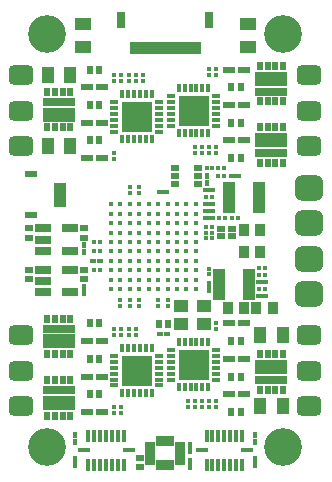
<source format=gbr>
G04*
G04 #@! TF.GenerationSoftware,Altium Limited,Altium Designer,24.1.2 (44)*
G04*
G04 Layer_Color=8388736*
%FSLAX25Y25*%
%MOIN*%
G70*
G04*
G04 #@! TF.SameCoordinates,8AA45DA3-EFE9-42F3-ADE2-6CCF78DF1A05*
G04*
G04*
G04 #@! TF.FilePolarity,Negative*
G04*
G01*
G75*
%ADD40R,0.03937X0.02362*%
%ADD41R,0.03937X0.01968*%
%ADD42R,0.03150X0.02441*%
%ADD43R,0.04449X0.02205*%
%ADD44R,0.02362X0.03150*%
%ADD45R,0.10630X0.02756*%
%ADD46R,0.10630X0.04724*%
%ADD47R,0.05343X0.02717*%
%ADD48R,0.05413X0.02717*%
%ADD49R,0.04331X0.02559*%
G04:AMPARAMS|DCode=50|XSize=22.21mil|YSize=27.56mil|CornerRadius=7.52mil|HoleSize=0mil|Usage=FLASHONLY|Rotation=90.000|XOffset=0mil|YOffset=0mil|HoleType=Round|Shape=RoundedRectangle|*
%AMROUNDEDRECTD50*
21,1,0.02221,0.01252,0,0,90.0*
21,1,0.00717,0.02756,0,0,90.0*
1,1,0.01504,0.00626,0.00358*
1,1,0.01504,0.00626,-0.00358*
1,1,0.01504,-0.00626,-0.00358*
1,1,0.01504,-0.00626,0.00358*
%
%ADD50ROUNDEDRECTD50*%
%ADD51R,0.03937X0.01772*%
%ADD52R,0.01772X0.03937*%
%ADD53R,0.10433X0.10433*%
%ADD54R,0.01496X0.03012*%
%ADD55R,0.03012X0.01496*%
%ADD56R,0.03150X0.05512*%
%ADD57R,0.01968X0.04331*%
%ADD58R,0.01593X0.01676*%
%ADD59R,0.01676X0.01851*%
%ADD60R,0.05715X0.04337*%
%ADD61R,0.01975X0.02526*%
%ADD62R,0.04724X0.04331*%
%ADD63R,0.01851X0.01676*%
%ADD64R,0.04337X0.05715*%
%ADD65R,0.01676X0.01593*%
%ADD66R,0.01890X0.03445*%
%ADD67R,0.03445X0.01890*%
%ADD68C,0.01660*%
%ADD69R,0.02526X0.01975*%
%ADD70R,0.03543X0.04331*%
G04:AMPARAMS|DCode=71|XSize=94.49mil|YSize=86.61mil|CornerRadius=23.62mil|HoleSize=0mil|Usage=FLASHONLY|Rotation=0.000|XOffset=0mil|YOffset=0mil|HoleType=Round|Shape=RoundedRectangle|*
%AMROUNDEDRECTD71*
21,1,0.09449,0.03937,0,0,0.0*
21,1,0.04724,0.08661,0,0,0.0*
1,1,0.04724,0.02362,-0.01968*
1,1,0.04724,-0.02362,-0.01968*
1,1,0.04724,-0.02362,0.01968*
1,1,0.04724,0.02362,0.01968*
%
%ADD71ROUNDEDRECTD71*%
%ADD72C,0.12598*%
G04:AMPARAMS|DCode=73|XSize=82.68mil|YSize=66.93mil|CornerRadius=18.7mil|HoleSize=0mil|Usage=FLASHONLY|Rotation=0.000|XOffset=0mil|YOffset=0mil|HoleType=Round|Shape=RoundedRectangle|*
%AMROUNDEDRECTD73*
21,1,0.08268,0.02953,0,0,0.0*
21,1,0.04528,0.06693,0,0,0.0*
1,1,0.03740,0.02264,-0.01476*
1,1,0.03740,-0.02264,-0.01476*
1,1,0.03740,-0.02264,0.01476*
1,1,0.03740,0.02264,0.01476*
%
%ADD73ROUNDEDRECTD73*%
D40*
X6594Y89173D02*
D03*
X6595Y102953D02*
D03*
D41*
X16240Y99016D02*
D03*
Y97047D02*
D03*
Y95079D02*
D03*
Y93110D02*
D03*
D42*
X54528Y104921D02*
D03*
Y102362D02*
D03*
Y99803D02*
D03*
X62008D02*
D03*
Y102362D02*
D03*
Y104921D02*
D03*
D43*
X72303Y137795D02*
D03*
X77303D02*
D03*
Y125984D02*
D03*
X72303D02*
D03*
Y114173D02*
D03*
X77303D02*
D03*
X25059Y23622D02*
D03*
X30059D02*
D03*
Y35433D02*
D03*
X25059D02*
D03*
Y47244D02*
D03*
X30059D02*
D03*
Y108268D02*
D03*
X25059D02*
D03*
Y120079D02*
D03*
X30059D02*
D03*
Y131890D02*
D03*
X25059D02*
D03*
X77303Y53150D02*
D03*
X72303D02*
D03*
Y41339D02*
D03*
X77303D02*
D03*
Y29528D02*
D03*
X72303D02*
D03*
D44*
X82776Y127165D02*
D03*
X85335D02*
D03*
X87894D02*
D03*
X90453D02*
D03*
Y138976D02*
D03*
X87894D02*
D03*
X85335D02*
D03*
X82776D02*
D03*
Y118504D02*
D03*
X85335D02*
D03*
X87894D02*
D03*
X90453D02*
D03*
Y106693D02*
D03*
X87894D02*
D03*
X85335D02*
D03*
X82776D02*
D03*
Y42913D02*
D03*
X85335D02*
D03*
X87894D02*
D03*
X90453D02*
D03*
Y31102D02*
D03*
X87894D02*
D03*
X85335D02*
D03*
X82776D02*
D03*
X19587Y22441D02*
D03*
X17028D02*
D03*
X14469D02*
D03*
X11909D02*
D03*
Y34252D02*
D03*
X14469D02*
D03*
X17028D02*
D03*
X19587D02*
D03*
Y54724D02*
D03*
X17028D02*
D03*
X14469D02*
D03*
X11909D02*
D03*
Y42913D02*
D03*
X14469D02*
D03*
X17028D02*
D03*
X19587D02*
D03*
Y118504D02*
D03*
X17028D02*
D03*
X14469D02*
D03*
X11909D02*
D03*
Y130315D02*
D03*
X14469D02*
D03*
X17028D02*
D03*
X19587D02*
D03*
D45*
X86615Y130433D02*
D03*
Y109961D02*
D03*
Y34370D02*
D03*
X15747Y30984D02*
D03*
Y51456D02*
D03*
Y127047D02*
D03*
D46*
X86615Y134725D02*
D03*
Y114253D02*
D03*
Y38662D02*
D03*
X15747Y26692D02*
D03*
Y47164D02*
D03*
Y122755D02*
D03*
D47*
X10419Y84842D02*
D03*
Y81102D02*
D03*
Y77362D02*
D03*
Y63583D02*
D03*
Y67323D02*
D03*
Y71063D02*
D03*
D48*
X19503Y77362D02*
D03*
Y84842D02*
D03*
Y71063D02*
D03*
Y63583D02*
D03*
D49*
X72599Y91437D02*
D03*
Y93996D02*
D03*
Y96555D02*
D03*
Y99114D02*
D03*
X82520D02*
D03*
Y96555D02*
D03*
Y93996D02*
D03*
Y91437D02*
D03*
X69055Y69980D02*
D03*
Y67421D02*
D03*
Y64862D02*
D03*
Y62303D02*
D03*
X78976D02*
D03*
Y64862D02*
D03*
Y67421D02*
D03*
Y69980D02*
D03*
D50*
X73425Y82185D02*
D03*
X69882Y84744D02*
D03*
Y82185D02*
D03*
X73425Y84744D02*
D03*
D51*
X63327Y10827D02*
D03*
X78405D02*
D03*
X39035D02*
D03*
X23957D02*
D03*
D52*
X64969Y6103D02*
D03*
X66937D02*
D03*
X68906D02*
D03*
X70874D02*
D03*
X72843D02*
D03*
X74811D02*
D03*
X76780D02*
D03*
Y15551D02*
D03*
X74811D02*
D03*
X72843D02*
D03*
X70874D02*
D03*
X68906D02*
D03*
X66937D02*
D03*
X64969D02*
D03*
X25599D02*
D03*
X27567D02*
D03*
X29536D02*
D03*
X31504D02*
D03*
X33473D02*
D03*
X35441D02*
D03*
X37410D02*
D03*
Y6103D02*
D03*
X35441D02*
D03*
X33473D02*
D03*
X31504D02*
D03*
X29536D02*
D03*
X27567D02*
D03*
X25599D02*
D03*
D53*
X60630Y124016D02*
D03*
X41732Y37402D02*
D03*
Y122047D02*
D03*
X60630Y39370D02*
D03*
D54*
X55709Y131526D02*
D03*
X57677D02*
D03*
X59646D02*
D03*
X61614D02*
D03*
X63583D02*
D03*
X65551D02*
D03*
Y116506D02*
D03*
X63583D02*
D03*
X61614D02*
D03*
X59646D02*
D03*
X57677D02*
D03*
X55709D02*
D03*
X46653Y44912D02*
D03*
X44685D02*
D03*
X42716D02*
D03*
X40748D02*
D03*
X38779D02*
D03*
X36811D02*
D03*
Y29892D02*
D03*
X38779D02*
D03*
X40748D02*
D03*
X42716D02*
D03*
X44685D02*
D03*
X46653D02*
D03*
Y114537D02*
D03*
X44685D02*
D03*
X42716D02*
D03*
X40748D02*
D03*
X38779D02*
D03*
X36811D02*
D03*
Y129557D02*
D03*
X38779D02*
D03*
X40748D02*
D03*
X42716D02*
D03*
X44685D02*
D03*
X46653D02*
D03*
X55709Y31860D02*
D03*
X57677D02*
D03*
X59646D02*
D03*
X61614D02*
D03*
X63583D02*
D03*
X65551D02*
D03*
Y46880D02*
D03*
X63583D02*
D03*
X61614D02*
D03*
X59646D02*
D03*
X57677D02*
D03*
X55709D02*
D03*
D55*
X68140Y128937D02*
D03*
Y126969D02*
D03*
Y125000D02*
D03*
Y123032D02*
D03*
Y121063D02*
D03*
Y119095D02*
D03*
X53120D02*
D03*
Y121063D02*
D03*
Y123032D02*
D03*
Y125000D02*
D03*
Y126969D02*
D03*
Y128937D02*
D03*
X49242Y32481D02*
D03*
Y34449D02*
D03*
Y36418D02*
D03*
Y38386D02*
D03*
Y40355D02*
D03*
Y42323D02*
D03*
X34222D02*
D03*
Y40355D02*
D03*
Y38386D02*
D03*
Y36418D02*
D03*
Y34449D02*
D03*
Y32481D02*
D03*
Y117126D02*
D03*
Y119094D02*
D03*
Y121063D02*
D03*
Y123031D02*
D03*
Y125000D02*
D03*
Y126968D02*
D03*
X49242D02*
D03*
Y125000D02*
D03*
Y123031D02*
D03*
Y121063D02*
D03*
Y119094D02*
D03*
Y117126D02*
D03*
X53120Y44291D02*
D03*
Y42323D02*
D03*
Y40354D02*
D03*
Y38386D02*
D03*
Y36417D02*
D03*
Y34449D02*
D03*
X68140D02*
D03*
Y36417D02*
D03*
Y38386D02*
D03*
Y40354D02*
D03*
Y42323D02*
D03*
Y44291D02*
D03*
D56*
X36417Y154331D02*
D03*
X65945Y154330D02*
D03*
D57*
X62008Y144882D02*
D03*
X60039D02*
D03*
X58071D02*
D03*
X56102D02*
D03*
X54134D02*
D03*
X52165D02*
D03*
X50197D02*
D03*
X48228D02*
D03*
X46260D02*
D03*
X44291D02*
D03*
X42323D02*
D03*
X40354D02*
D03*
D58*
X84416Y64567D02*
D03*
X82514D02*
D03*
X66699Y85433D02*
D03*
X64797D02*
D03*
X66699Y83465D02*
D03*
X64797D02*
D03*
X66699Y81496D02*
D03*
X64797D02*
D03*
X84416Y71653D02*
D03*
X82514D02*
D03*
X64994Y104921D02*
D03*
X66896D02*
D03*
X70833Y102362D02*
D03*
X68931D02*
D03*
Y104921D02*
D03*
X70833D02*
D03*
X66699Y95276D02*
D03*
X64797D02*
D03*
X73458Y88189D02*
D03*
X75361D02*
D03*
X84416Y69291D02*
D03*
X82514D02*
D03*
X69128Y88189D02*
D03*
X71030D02*
D03*
X29298Y77165D02*
D03*
X27395D02*
D03*
X29298Y80315D02*
D03*
X27395D02*
D03*
X29298Y70866D02*
D03*
X27395D02*
D03*
D59*
X65158Y100101D02*
D03*
Y102261D02*
D03*
X24016Y63290D02*
D03*
Y65450D02*
D03*
Y77070D02*
D03*
Y79230D02*
D03*
X59449Y12694D02*
D03*
Y10534D02*
D03*
X21260Y7970D02*
D03*
Y5810D02*
D03*
X81102Y13684D02*
D03*
Y15844D02*
D03*
X59449Y7379D02*
D03*
Y5219D02*
D03*
X21260Y13684D02*
D03*
Y15844D02*
D03*
X81102Y7970D02*
D03*
Y5810D02*
D03*
X65748Y64274D02*
D03*
Y66434D02*
D03*
D60*
X23622Y152953D02*
D03*
Y145472D02*
D03*
X78740Y152953D02*
D03*
Y145472D02*
D03*
D61*
X29134Y114173D02*
D03*
X25984D02*
D03*
X29134Y137795D02*
D03*
X25984D02*
D03*
X29134Y125984D02*
D03*
X25984D02*
D03*
X73228Y120079D02*
D03*
X76378D02*
D03*
X73228Y131890D02*
D03*
X76378D02*
D03*
X73228Y108268D02*
D03*
X76378D02*
D03*
Y23622D02*
D03*
X73228D02*
D03*
X76378Y35433D02*
D03*
X73228D02*
D03*
X76378Y47244D02*
D03*
X73228D02*
D03*
X25984Y53150D02*
D03*
X29134D02*
D03*
X25984Y41339D02*
D03*
X29134D02*
D03*
X25984Y29528D02*
D03*
X29134D02*
D03*
X52165Y52953D02*
D03*
X49016D02*
D03*
D62*
X56496Y52952D02*
D03*
X63976D02*
D03*
Y58859D02*
D03*
X56496D02*
D03*
D63*
X64668Y90551D02*
D03*
X66828D02*
D03*
X51474Y96850D02*
D03*
X49314D02*
D03*
X73329Y102362D02*
D03*
X75489D02*
D03*
X84545Y62205D02*
D03*
X82385D02*
D03*
X84545Y66929D02*
D03*
X82385D02*
D03*
X64668Y97638D02*
D03*
X66828D02*
D03*
X64668Y92913D02*
D03*
X66828D02*
D03*
X29427Y74016D02*
D03*
X27266D02*
D03*
X49511Y49606D02*
D03*
X51671D02*
D03*
X66828Y88189D02*
D03*
X64668D02*
D03*
D64*
X82874Y49213D02*
D03*
X90354D02*
D03*
X82874Y25591D02*
D03*
X90354D02*
D03*
X12007Y135827D02*
D03*
X19488D02*
D03*
X12008Y112205D02*
D03*
X19488D02*
D03*
D65*
X34252Y110006D02*
D03*
Y108104D02*
D03*
X61024Y111975D02*
D03*
Y110073D02*
D03*
X63386Y111975D02*
D03*
Y110073D02*
D03*
X65748Y111975D02*
D03*
Y110073D02*
D03*
X34252Y25361D02*
D03*
Y23458D02*
D03*
X42520Y60990D02*
D03*
Y59088D02*
D03*
X39370Y60990D02*
D03*
Y59088D02*
D03*
X36220Y60990D02*
D03*
Y59088D02*
D03*
X39370Y96687D02*
D03*
Y98589D02*
D03*
X42520Y96687D02*
D03*
Y98589D02*
D03*
X48819Y60990D02*
D03*
Y59088D02*
D03*
X51968Y60990D02*
D03*
Y59088D02*
D03*
X58661Y25427D02*
D03*
Y27329D02*
D03*
X63386Y25427D02*
D03*
Y27329D02*
D03*
X41339Y135990D02*
D03*
Y134088D02*
D03*
Y51345D02*
D03*
Y49443D02*
D03*
X36614Y51345D02*
D03*
Y49443D02*
D03*
X65748Y25427D02*
D03*
Y27329D02*
D03*
X68110Y53313D02*
D03*
Y51411D02*
D03*
X34252Y135990D02*
D03*
Y134088D02*
D03*
Y51345D02*
D03*
Y49443D02*
D03*
X36614Y23458D02*
D03*
Y25361D02*
D03*
X68110Y137959D02*
D03*
Y136057D02*
D03*
X61024Y25427D02*
D03*
Y27329D02*
D03*
X43701Y135990D02*
D03*
Y134088D02*
D03*
X38976Y135990D02*
D03*
Y134088D02*
D03*
Y51345D02*
D03*
Y49443D02*
D03*
X68110Y25427D02*
D03*
Y27329D02*
D03*
X36614Y135990D02*
D03*
Y134088D02*
D03*
X68110Y110073D02*
D03*
Y111975D02*
D03*
X65748Y137959D02*
D03*
Y136057D02*
D03*
Y69521D02*
D03*
Y71423D02*
D03*
D66*
X49213Y13828D02*
D03*
X51181D02*
D03*
X53150D02*
D03*
Y5856D02*
D03*
X51181D02*
D03*
X49213D02*
D03*
D67*
X56150Y12796D02*
D03*
Y10826D02*
D03*
Y8858D02*
D03*
Y6889D02*
D03*
X46213D02*
D03*
Y8858D02*
D03*
Y10826D02*
D03*
Y12796D02*
D03*
D68*
X61417Y64567D02*
D03*
X58268D02*
D03*
X55118D02*
D03*
X51968D02*
D03*
X48819D02*
D03*
X45669D02*
D03*
X42520D02*
D03*
X39370D02*
D03*
X36220D02*
D03*
X33071D02*
D03*
X61417Y67716D02*
D03*
X58268D02*
D03*
X55118D02*
D03*
X51968D02*
D03*
X48819D02*
D03*
X45669D02*
D03*
X42520D02*
D03*
X39370D02*
D03*
X36220D02*
D03*
X33071D02*
D03*
X61417Y70866D02*
D03*
X58268D02*
D03*
X55118D02*
D03*
X51968D02*
D03*
X48819D02*
D03*
X45669D02*
D03*
X42520D02*
D03*
X39370D02*
D03*
X36220D02*
D03*
X33071D02*
D03*
X61417Y74016D02*
D03*
X58268D02*
D03*
X55118D02*
D03*
X51968D02*
D03*
X48819D02*
D03*
X45669D02*
D03*
X42520D02*
D03*
X39370D02*
D03*
X36220D02*
D03*
X33071D02*
D03*
X61417Y77165D02*
D03*
X58268D02*
D03*
X55118D02*
D03*
X51968D02*
D03*
X48819D02*
D03*
X45669D02*
D03*
X42520D02*
D03*
X39370D02*
D03*
X36220D02*
D03*
X33071D02*
D03*
X61417Y80315D02*
D03*
X58268D02*
D03*
X55118D02*
D03*
X51968D02*
D03*
X48819D02*
D03*
X45669D02*
D03*
X42520D02*
D03*
X39370D02*
D03*
X36220D02*
D03*
X33071D02*
D03*
X61417Y83464D02*
D03*
X58268D02*
D03*
X55118D02*
D03*
X51968D02*
D03*
X48819D02*
D03*
X45669D02*
D03*
X42520D02*
D03*
X39370D02*
D03*
X36220D02*
D03*
X33071D02*
D03*
X61417Y86614D02*
D03*
X58268D02*
D03*
X55118D02*
D03*
X51968D02*
D03*
X48819D02*
D03*
X45669D02*
D03*
X42520D02*
D03*
X39370D02*
D03*
X36220D02*
D03*
X33071D02*
D03*
X61417Y89764D02*
D03*
X58268D02*
D03*
X55118D02*
D03*
X51968D02*
D03*
X48819D02*
D03*
X45669D02*
D03*
X42520D02*
D03*
X39370D02*
D03*
X36220D02*
D03*
X33071D02*
D03*
X61417Y92913D02*
D03*
X58268D02*
D03*
X55118D02*
D03*
X51968D02*
D03*
X48819D02*
D03*
X45669D02*
D03*
X42520D02*
D03*
X39370D02*
D03*
X36220D02*
D03*
X33071D02*
D03*
D69*
X24016Y71063D02*
D03*
Y67913D02*
D03*
Y84842D02*
D03*
Y81693D02*
D03*
X5906Y71063D02*
D03*
Y67913D02*
D03*
Y84842D02*
D03*
Y81693D02*
D03*
X42717Y8465D02*
D03*
Y5315D02*
D03*
D70*
X82874Y76968D02*
D03*
X77362D02*
D03*
X81496Y58268D02*
D03*
X87008D02*
D03*
X77559D02*
D03*
X72047D02*
D03*
X82874Y84449D02*
D03*
X77362D02*
D03*
D71*
X99213Y98425D02*
D03*
Y86614D02*
D03*
Y74803D02*
D03*
Y62992D02*
D03*
D72*
X11811Y149606D02*
D03*
X90551D02*
D03*
X11811Y11811D02*
D03*
X90551D02*
D03*
D73*
X3150Y124016D02*
D03*
Y112205D02*
D03*
Y135827D02*
D03*
Y25591D02*
D03*
Y49213D02*
D03*
Y37402D02*
D03*
X99213Y124016D02*
D03*
Y135827D02*
D03*
Y112205D02*
D03*
Y49213D02*
D03*
Y25591D02*
D03*
Y37402D02*
D03*
M02*

</source>
